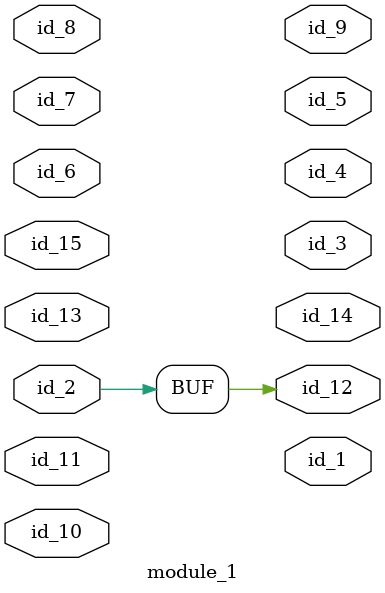
<source format=v>
module module_0 ();
  assign id_1 = 1;
endmodule
module module_1 (
    id_1,
    id_2,
    id_3,
    id_4,
    id_5,
    id_6,
    id_7,
    id_8,
    id_9,
    id_10,
    id_11,
    id_12,
    id_13,
    id_14,
    id_15
);
  inout wire id_15;
  output wire id_14;
  inout wire id_13;
  output wire id_12;
  inout wire id_11;
  input wire id_10;
  output wire id_9;
  input wire id_8;
  input wire id_7;
  inout wire id_6;
  output wire id_5;
  output wire id_4;
  output wire id_3;
  input wire id_2;
  output wire id_1;
  wire id_16;
  module_0 modCall_1 ();
  assign id_12 = id_2;
endmodule

</source>
